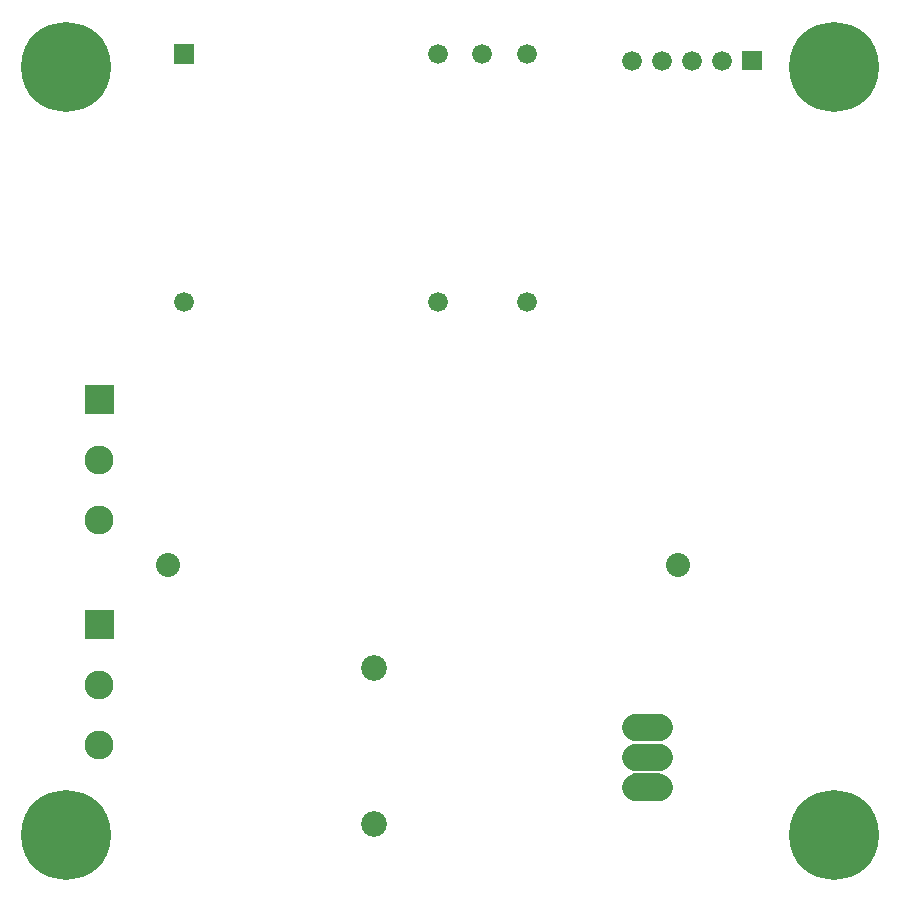
<source format=gbr>
G04 start of page 7 for group -4062 idx -4062 *
G04 Title: (unknown), soldermask *
G04 Creator: pcb 20110918 *
G04 CreationDate: Sun 21 Dec 2014 03:27:12 AM GMT UTC *
G04 For: petersen *
G04 Format: Gerber/RS-274X *
G04 PCB-Dimensions: 290000 290000 *
G04 PCB-Coordinate-Origin: lower left *
%MOIN*%
%FSLAX25Y25*%
%LNBOTTOMMASK*%
%ADD87C,0.0907*%
%ADD86C,0.0900*%
%ADD85C,0.2997*%
%ADD84C,0.0860*%
%ADD83C,0.0660*%
%ADD82C,0.0800*%
%ADD81C,0.0960*%
%ADD80C,0.0001*%
G54D80*G36*
X23200Y166800D02*Y157200D01*
X32800D01*
Y166800D01*
X23200D01*
G37*
G54D81*X28000Y142000D03*
Y122000D03*
G54D82*X51000Y107000D03*
G54D83*X56202Y194630D03*
G54D84*X119500Y72500D03*
G54D83*X170375Y194630D03*
X140848D03*
G54D84*X119500Y20500D03*
G54D85*X17000Y17000D03*
G54D80*G36*
X23200Y91800D02*Y82200D01*
X32800D01*
Y91800D01*
X23200D01*
G37*
G54D81*X28000Y67000D03*
Y47000D03*
G54D85*X17000Y273000D03*
G54D80*G36*
X52902Y280607D02*Y274007D01*
X59502D01*
Y280607D01*
X52902D01*
G37*
G54D83*X140848Y277307D03*
X155611D03*
X170375D03*
G54D82*X221000Y107000D03*
G54D85*X273000Y273000D03*
G54D80*G36*
X242200Y278300D02*Y271700D01*
X248800D01*
Y278300D01*
X242200D01*
G37*
G54D83*X235500Y275000D03*
X225500D03*
G54D85*X273000Y17000D03*
G54D86*X210500Y53000D03*
Y43000D03*
G54D80*G36*
X206000Y37500D02*Y28500D01*
X215000D01*
Y37500D01*
X206000D01*
G37*
G54D83*X215500Y275000D03*
X205500D03*
G54D87*X206563Y43000D02*X214437D01*
X206563Y33000D02*X214437D01*
X206563Y53000D02*X214437D01*
M02*

</source>
